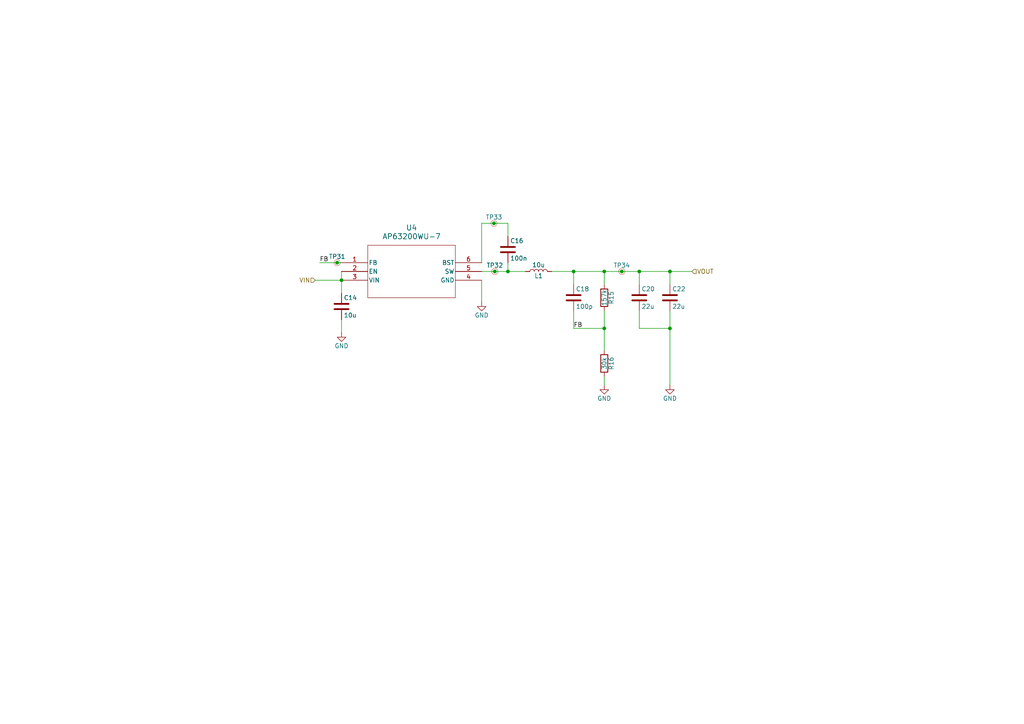
<source format=kicad_sch>
(kicad_sch (version 20250114) (generator "eeschema") (generator_version "9.0")
  (paper "A4")
  (lib_symbols
    (symbol "Device:C" (pin_numbers (hide yes)) (pin_names (offset 0.254))
      (property "Reference" "C" (at 0.635 2.54 0))
      (property "Value" "C" (at 0.635 -2.54 0))
      (symbol "C_0_1"
        (polyline (pts (xy -2.032 0.762) (xy 2.032 0.762)) (stroke (width 0.508)))
        (polyline (pts (xy -2.032 -0.762) (xy 2.032 -0.762)) (stroke (width 0.508)))
      )
      (symbol "C_1_1"
        (pin passive line (at 0 3.81 270) (length 2.794) (name "~") (number "1"))
        (pin passive line (at 0 -3.81 90) (length 2.794) (name "~") (number "2"))
      )
    )
    (symbol "Device:L" (pin_numbers (hide yes)) (pin_names (offset 1.016) (hide yes))
      (property "Reference" "L" (at -1.27 0 90))
      (property "Value" "L" (at 1.905 0 90))
      (symbol "L_0_1"
        (arc (start 0 2.54) (mid 0.6323 1.905) (end 0 1.27))
        (arc (start 0 1.27) (mid 0.6323 0.635) (end 0 0))
        (arc (start 0 0) (mid 0.6323 -0.635) (end 0 -1.27))
        (arc (start 0 -1.27) (mid 0.6323 -1.905) (end 0 -2.54))
      )
      (symbol "L_1_1"
        (pin passive line (at 0 3.81 270) (length 1.27) (name "1") (number "1"))
        (pin passive line (at 0 -3.81 90) (length 1.27) (name "2") (number "2"))
      )
    )
    (symbol "Device:R" (pin_numbers (hide yes)) (pin_names (offset 0))
      (property "Reference" "R" (at 2.032 0 90))
      (property "Value" "R" (at 0 0 90))
      (symbol "R_0_1"
        (rectangle (start -1.016 -2.54) (end 1.016 2.54) (stroke (width 0.254)))
      )
      (symbol "R_1_1"
        (pin passive line (at 0 3.81 270) (length 1.27) (name "~") (number "1"))
        (pin passive line (at 0 -3.81 90) (length 1.27) (name "~") (number "2"))
      )
    )
    (symbol "Project_Components:AP63200WU-7" (pin_names (offset 0.254))
      (property "Reference" "U" (at 20.32 10.16 0))
      (property "Value" "AP63200WU-7" (at 20.32 7.62 0))
      (symbol "AP63200WU-7_0_1"
        (polyline (pts (xy 7.62 5.08) (xy 7.62 -10.16)) (stroke (width 0.127)))
        (polyline (pts (xy 7.62 -10.16) (xy 33.02 -10.16)) (stroke (width 0.127)))
        (polyline (pts (xy 33.02 5.08) (xy 7.62 5.08)) (stroke (width 0.127)))
        (polyline (pts (xy 33.02 -10.16) (xy 33.02 5.08)) (stroke (width 0.127)))
        (pin output line (at 0 0 0) (length 7.62) (name "FB") (number "1"))
        (pin input line (at 0 -2.54 0) (length 7.62) (name "EN") (number "2"))
        (pin power_in line (at 0 -5.08 0) (length 7.62) (name "VIN") (number "3"))
        (pin input line (at 40.64 0 180) (length 7.62) (name "BST") (number "6"))
        (pin output line (at 40.64 -2.54 180) (length 7.62) (name "SW") (number "5"))
        (pin power_out line (at 40.64 -5.08 180) (length 7.62) (name "GND") (number "4"))
      )
    )
    (symbol "Project_Components:Inline Test Point"
      (property "Reference" "TP" (at 0 1.778 0))
      (symbol "Inline Test Point_1_1"
        (circle (center 0 0) (radius 0.889) (stroke (width 0.0762)))
        (pin free line (at 0 0 0) (length 0) (hide yes) (name "1") (number "1"))
      )
    )
    (symbol "power:GND" (power) (pin_numbers (hide yes)) (pin_names (offset 0) (hide yes))
      (property "Value" "GND" (at 0 -3.81 0))
      (symbol "GND_0_1"
        (polyline (pts (xy 0 0) (xy 0 -1.27) (xy 1.27 -1.27) (xy 0 -2.54) (xy -1.27 -1.27) (xy 0 -1.27)))
      )
      (symbol "GND_1_1"
        (pin power_in line (at 0 0 270) (length 0) (name "~") (number "1"))
      )
    )
  )
  (junction (at 175.26 78.74))
  (junction (at 143.51 78.74))
  (junction (at 194.31 95.25))
  (junction (at 147.32 78.74))
  (junction (at 143.2728 64.77))
  (junction (at 180.34 78.74))
  (junction (at 185.42 78.74))
  (junction (at 97.79 76.2))
  (junction (at 99.06 81.28))
  (junction (at 194.31 78.74))
  (junction (at 166.37 78.74))
  (junction (at 175.26 95.25))
  (wire (pts (xy 139.7 81.28) (xy 139.7 87.63)))
  (wire (pts (xy 175.26 109.22) (xy 175.26 111.76)))
  (wire (pts (xy 143.51 78.74) (xy 147.32 78.74)))
  (wire (pts (xy 166.37 95.25) (xy 175.26 95.25)))
  (wire (pts (xy 99.06 78.74) (xy 99.06 81.28)))
  (wire (pts (xy 139.7 78.74) (xy 143.51 78.74)))
  (wire (pts (xy 185.42 90.17) (xy 185.42 95.25)))
  (wire (pts (xy 194.31 78.74) (xy 194.31 82.55)))
  (wire (pts (xy 175.26 95.25) (xy 175.26 101.6)))
  (wire (pts (xy 185.42 95.25) (xy 194.31 95.25)))
  (wire (pts (xy 139.7 64.77) (xy 143.2728 64.77)))
  (wire (pts (xy 147.32 64.77) (xy 147.32 68.58)))
  (wire (pts (xy 194.31 95.25) (xy 194.31 111.76)))
  (wire (pts (xy 185.42 78.74) (xy 185.42 82.55)))
  (wire (pts (xy 99.06 81.28) (xy 99.06 85.09)))
  (wire (pts (xy 139.7 76.2) (xy 139.7 64.77)))
  (wire (pts (xy 147.32 78.74) (xy 152.4 78.74)))
  (wire (pts (xy 92.71 76.2) (xy 97.79 76.2)))
  (wire (pts (xy 185.42 78.74) (xy 194.31 78.74)))
  (wire (pts (xy 166.37 90.17) (xy 166.37 95.25)))
  (wire (pts (xy 175.26 78.74) (xy 180.34 78.74)))
  (wire (pts (xy 99.06 92.71) (xy 99.06 96.52)))
  (wire (pts (xy 143.2728 64.77) (xy 147.32 64.77)))
  (wire (pts (xy 97.79 76.2) (xy 99.06 76.2)))
  (wire (pts (xy 160.02 78.74) (xy 166.37 78.74)))
  (wire (pts (xy 91.44 81.28) (xy 99.06 81.28)))
  (wire (pts (xy 175.26 82.55) (xy 175.26 78.74)))
  (wire (pts (xy 166.37 78.74) (xy 175.26 78.74)))
  (wire (pts (xy 175.26 95.25) (xy 175.26 90.17)))
  (wire (pts (xy 180.34 78.74) (xy 185.42 78.74)))
  (wire (pts (xy 194.31 78.74) (xy 200.66 78.74)))
  (wire (pts (xy 147.32 76.2) (xy 147.32 78.74)))
  (wire (pts (xy 194.31 90.17) (xy 194.31 95.25)))
  (wire (pts (xy 166.37 78.74) (xy 166.37 82.55)))
  (label "FB" (at 92.71 76.2 0))
  (label "FB" (at 166.37 95.25 0))
  (hierarchical_label "VOUT" (shape input) (at 200.66 78.74 0))
  (hierarchical_label "VIN" (shape input) (at 91.44 81.28 180))
  (symbol (lib_id "Device:C") (at 99.06 88.9 0) (unit 1)
    (property "Reference" "C14" (at 99.695 86.36 0) (effects (justify left)))
    (property "Value" "10u" (at 99.695 91.44 0) (effects (justify left)))
    (property "Footprint" "Capacitor_SMD:C_0603_1608Metric_Pad1.08x0.95mm_HandSolder" (effects (hide yes)))
    (property "Description" "Unpolarized capacitor" (effects (hide yes)))
  )
  (symbol (lib_id "Project_Components:AP63200WU-7") (at 99.06 76.2 0) (unit 1)
    (property "Reference" "U4" (at 119.38 66.04 0) (effects (font (size 1.524 1.524))))
    (property "Value" "AP63200WU-7" (at 119.38 68.58 0) (effects (font (size 1.524 1.524))))
    (property "Footprint" "Project_Components:AP63200WU_7" (effects (hide yes)))
  )
  (symbol (lib_id "power:GND") (at 194.31 111.76 0) (unit 1)
    (property "Reference" "#PWR035" (effects (hide yes)))
    (property "Value" "GND" (at 194.31 115.57 0))
    (property "Description" "Power symbol creates a global label with name \"GND\" , ground" (effects (hide yes)))
  )
  (symbol (lib_id "Device:C") (at 166.37 86.36 0) (unit 1)
    (property "Reference" "C18" (at 167.005 83.82 0) (effects (justify left)))
    (property "Value" "100p" (at 167.005 88.9 0) (effects (justify left)))
    (property "Footprint" "Capacitor_SMD:C_0603_1608Metric_Pad1.08x0.95mm_HandSolder" (effects (hide yes)))
    (property "Description" "Unpolarized capacitor" (effects (hide yes)))
  )
  (symbol (lib_id "power:GND") (at 99.06 96.52 0) (unit 1)
    (property "Reference" "#PWR029" (effects (hide yes)))
    (property "Value" "GND" (at 99.06 100.33 0))
    (property "Description" "Power symbol creates a global label with name \"GND\" , ground" (effects (hide yes)))
  )
  (symbol (lib_id "Device:C") (at 194.31 86.36 0) (unit 1)
    (property "Reference" "C22" (at 194.945 83.82 0) (effects (justify left)))
    (property "Value" "22u" (at 194.945 88.9 0) (effects (justify left)))
    (property "Footprint" "Capacitor_SMD:C_0603_1608Metric_Pad1.08x0.95mm_HandSolder" (effects (hide yes)))
    (property "Description" "Unpolarized capacitor" (effects (hide yes)))
  )
  (symbol (lib_id "Project_Components:Inline Test Point") (at 97.79 76.2 0) (unit 1)
    (property "Reference" "TP31" (at 97.79 74.422 0))
    (property "Value" "Test Point" (effects (hide yes)))
    (property "Footprint" "TestPoint:TestPoint_THTPad_D1.0mm_Drill0.5mm" (effects (hide yes)))
  )
  (symbol (lib_id "Project_Components:Inline Test Point") (at 143.2728 64.77 0) (unit 1)
    (property "Reference" "TP33" (at 143.2728 62.992 0))
    (property "Value" "Test Point" (effects (hide yes)))
    (property "Footprint" "TestPoint:TestPoint_THTPad_D1.0mm_Drill0.5mm" (effects (hide yes)))
  )
  (symbol (lib_id "Project_Components:Inline Test Point") (at 180.34 78.74 0) (unit 1)
    (property "Reference" "TP34" (at 180.34 76.962 0))
    (property "Value" "Test Point" (effects (hide yes)))
    (property "Footprint" "TestPoint:TestPoint_THTPad_D1.0mm_Drill0.5mm" (effects (hide yes)))
  )
  (symbol (lib_id "Device:R") (at 175.26 86.36 0) (unit 1)
    (property "Reference" "R15" (at 177.292 86.36 90))
    (property "Value" "157k" (at 175.26 86.36 90))
    (property "Footprint" "Resistor_SMD:R_0603_1608Metric_Pad0.98x0.95mm_HandSolder" (effects (hide yes)))
    (property "Description" "Resistor" (effects (hide yes)))
  )
  (symbol (lib_id "Device:L") (at 156.21 78.74 90) (unit 1)
    (property "Reference" "L1" (at 156.21 80.01 90))
    (property "Value" "10u" (at 156.21 76.835 90))
    (property "Footprint" "Inductor_SMD:L_0603_1608Metric_Pad1.05x0.95mm_HandSolder" (effects (hide yes)))
    (property "Description" "Inductor" (effects (hide yes)))
  )
  (symbol (lib_id "Device:R") (at 175.26 105.41 0) (unit 1)
    (property "Reference" "R16" (at 177.292 105.41 90))
    (property "Value" "30k" (at 175.26 105.41 90))
    (property "Footprint" "Resistor_SMD:R_0603_1608Metric_Pad0.98x0.95mm_HandSolder" (effects (hide yes)))
    (property "Description" "Resistor" (effects (hide yes)))
  )
  (symbol (lib_id "Device:C") (at 147.32 72.39 0) (unit 1)
    (property "Reference" "C16" (at 147.955 69.85 0) (effects (justify left)))
    (property "Value" "100n" (at 147.955 74.93 0) (effects (justify left)))
    (property "Footprint" "Capacitor_SMD:C_0603_1608Metric_Pad1.08x0.95mm_HandSolder" (effects (hide yes)))
    (property "Description" "Unpolarized capacitor" (effects (hide yes)))
  )
  (symbol (lib_id "Device:C") (at 185.42 86.36 0) (unit 1)
    (property "Reference" "C20" (at 186.055 83.82 0) (effects (justify left)))
    (property "Value" "22u" (at 186.055 88.9 0) (effects (justify left)))
    (property "Footprint" "Capacitor_SMD:C_0603_1608Metric_Pad1.08x0.95mm_HandSolder" (effects (hide yes)))
    (property "Description" "Unpolarized capacitor" (effects (hide yes)))
  )
  (symbol (lib_id "power:GND") (at 175.26 111.76 0) (unit 1)
    (property "Reference" "#PWR033" (effects (hide yes)))
    (property "Value" "GND" (at 175.26 115.57 0))
    (property "Description" "Power symbol creates a global label with name \"GND\" , ground" (effects (hide yes)))
  )
  (symbol (lib_id "Project_Components:Inline Test Point") (at 143.51 78.74 0) (unit 1)
    (property "Reference" "TP32" (at 143.51 76.962 0))
    (property "Value" "Test Point" (effects (hide yes)))
    (property "Footprint" "TestPoint:TestPoint_THTPad_D1.0mm_Drill0.5mm" (effects (hide yes)))
  )
  (symbol (lib_id "power:GND") (at 139.7 87.63 0) (unit 1)
    (property "Reference" "#PWR031" (effects (hide yes)))
    (property "Value" "GND" (at 139.7 91.44 0))
    (property "Description" "Power symbol creates a global label with name \"GND\" , ground" (effects (hide yes)))
  )
)
</source>
